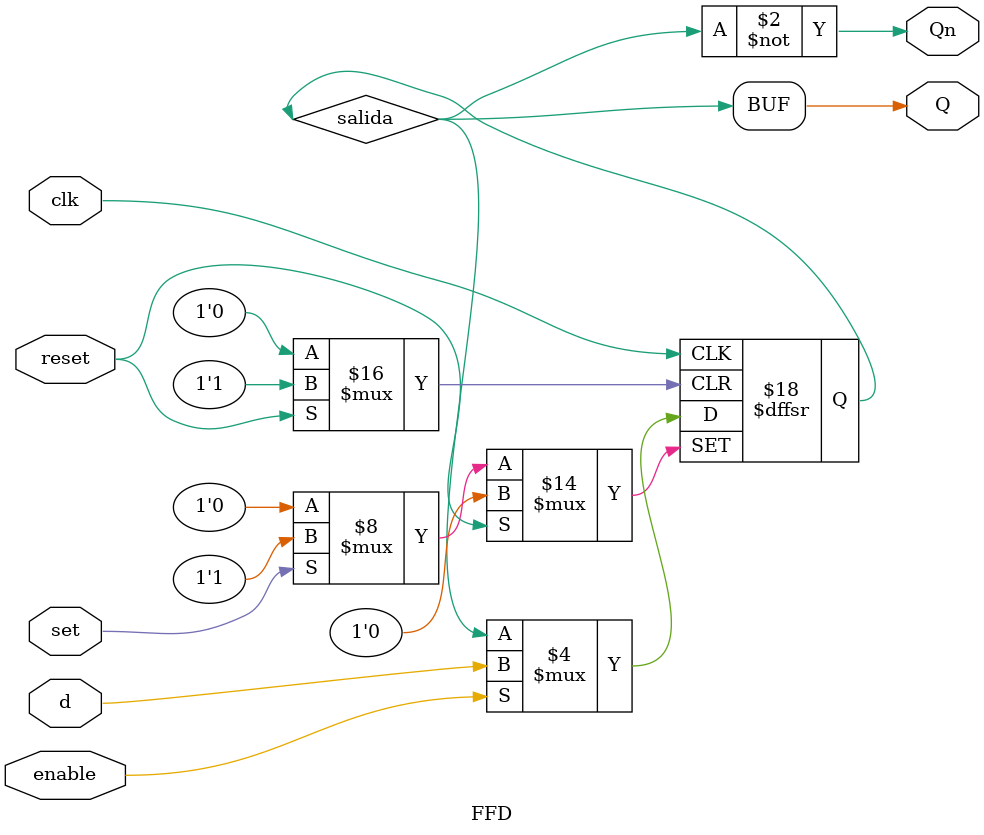
<source format=v>
module FFD(
    input wire clk, d,
    input wire reset,
    input wire set,
    input wire enable,
    output wire Q,Qn
); 
reg salida = 0;
//Con reset y set asíncronos (no depende del reloj) (por eso el or en el always)
always @ (posedge clk or posedge reset or posedge set) begin
    if (reset)
        salida <= 0; //Si activo el reset, todo se va a cero.
    else if (set)
        salida <= 1;
    else if(enable)
        salida <= d;
end
    assign Q = salida;
    assign Qn = ~Q;
endmodule

</source>
